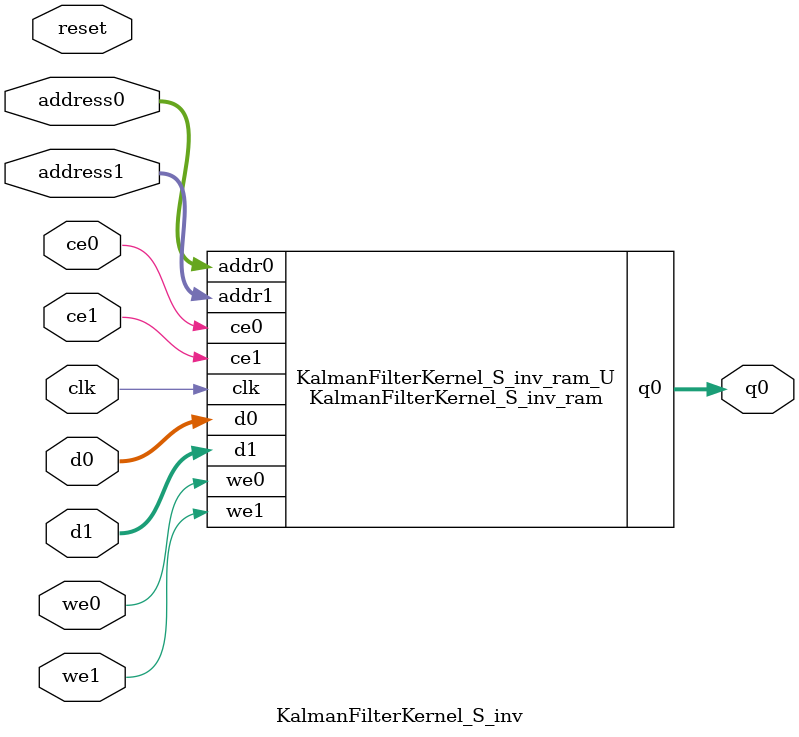
<source format=v>
`timescale 1 ns / 1 ps
module KalmanFilterKernel_S_inv_ram (addr0, ce0, d0, we0, q0, addr1, ce1, d1, we1,  clk);

parameter DWIDTH = 32;
parameter AWIDTH = 4;
parameter MEM_SIZE = 9;

input[AWIDTH-1:0] addr0;
input ce0;
input[DWIDTH-1:0] d0;
input we0;
output reg[DWIDTH-1:0] q0;
input[AWIDTH-1:0] addr1;
input ce1;
input[DWIDTH-1:0] d1;
input we1;
input clk;

reg [DWIDTH-1:0] ram[0:MEM_SIZE-1];




always @(posedge clk)  
begin 
    if (ce0) begin
        if (we0) 
            ram[addr0] <= d0; 
        q0 <= ram[addr0];
    end
end


always @(posedge clk)  
begin 
    if (ce1) begin
        if (we1) 
            ram[addr1] <= d1; 
    end
end


endmodule

`timescale 1 ns / 1 ps
module KalmanFilterKernel_S_inv(
    reset,
    clk,
    address0,
    ce0,
    we0,
    d0,
    q0,
    address1,
    ce1,
    we1,
    d1);

parameter DataWidth = 32'd32;
parameter AddressRange = 32'd9;
parameter AddressWidth = 32'd4;
input reset;
input clk;
input[AddressWidth - 1:0] address0;
input ce0;
input we0;
input[DataWidth - 1:0] d0;
output[DataWidth - 1:0] q0;
input[AddressWidth - 1:0] address1;
input ce1;
input we1;
input[DataWidth - 1:0] d1;



KalmanFilterKernel_S_inv_ram KalmanFilterKernel_S_inv_ram_U(
    .clk( clk ),
    .addr0( address0 ),
    .ce0( ce0 ),
    .we0( we0 ),
    .d0( d0 ),
    .q0( q0 ),
    .addr1( address1 ),
    .ce1( ce1 ),
    .we1( we1 ),
    .d1( d1 ));

endmodule


</source>
